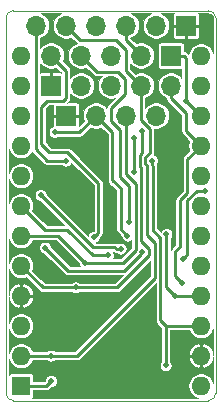
<source format=gbr>
%TF.GenerationSoftware,KiCad,Pcbnew,5.1.5+dfsg1-2~bpo10+1*%
%TF.CreationDate,Date%
%TF.ProjectId,ProMicro_ESP12E,50726f4d-6963-4726-9f5f-455350313245,v1.0*%
%TF.SameCoordinates,Original*%
%TF.FileFunction,Copper,L2,Bot*%
%TF.FilePolarity,Positive*%
%FSLAX45Y45*%
G04 Gerber Fmt 4.5, Leading zero omitted, Abs format (unit mm)*
G04 Created by KiCad*
%MOMM*%
%LPD*%
G04 APERTURE LIST*
%ADD10C,0.100000*%
%ADD11O,1.600000X1.600000*%
%ADD12R,1.600000X1.600000*%
%ADD13O,1.700000X1.700000*%
%ADD14R,1.700000X1.700000*%
%ADD15C,0.500000*%
%ADD16C,0.250000*%
%ADD17C,0.125000*%
%ADD18C,0.200000*%
%ADD19C,0.350000*%
G04 APERTURE END LIST*
D10*
X-63500Y3175000D02*
G75*
G03X-127000Y3111500I0J-63500D01*
G01*
X1651000Y3111500D02*
G75*
G03X1587500Y3175000I-63500J0D01*
G01*
X1587500Y-127000D02*
G75*
G03X1651000Y-63500I0J63500D01*
G01*
X-127000Y-63500D02*
G75*
G03X-63500Y-127000I63500J0D01*
G01*
X-127000Y3111500D02*
X-127000Y-63500D01*
X1587500Y3175000D02*
X-63500Y3175000D01*
X1651000Y-63500D02*
X1651000Y3111500D01*
X-63500Y-127000D02*
X1587500Y-127000D01*
D11*
X1524000Y0D03*
X1524000Y254000D03*
X1524000Y508000D03*
X0Y2794000D03*
X1524000Y762000D03*
X0Y2540000D03*
X1524000Y1016000D03*
X0Y2286000D03*
X1524000Y1270000D03*
X0Y2032000D03*
X1524000Y1524000D03*
X0Y1778000D03*
X1524000Y1778000D03*
X0Y1524000D03*
X1524000Y2032000D03*
X0Y1270000D03*
X1524000Y2286000D03*
X0Y1016000D03*
X1524000Y2540000D03*
X0Y762000D03*
X1524000Y2794000D03*
X0Y508000D03*
X0Y254000D03*
D12*
X0Y0D03*
D13*
X127000Y3048000D03*
X381000Y3048000D03*
X635000Y3048000D03*
X889000Y3048000D03*
X1143000Y3048000D03*
D14*
X1397000Y3048000D03*
D13*
X1270000Y2540000D03*
D14*
X1270000Y2794000D03*
D13*
X1143000Y2286000D03*
X889000Y2286000D03*
X635000Y2286000D03*
D14*
X381000Y2286000D03*
D13*
X1016000Y2794000D03*
X1016000Y2540000D03*
X762000Y2794000D03*
X762000Y2540000D03*
X508000Y2794000D03*
X508000Y2540000D03*
X254000Y2794000D03*
D14*
X254000Y2540000D03*
D15*
X444500Y406400D03*
X673100Y685800D03*
X1365250Y2082800D03*
X1250950Y1771650D03*
X863600Y419100D03*
X203200Y1035050D03*
X266700Y755650D03*
X146050Y1524000D03*
X381000Y1803400D03*
X247650Y139700D03*
X330200Y-63500D03*
X1282700Y-63500D03*
X749300Y1308100D03*
X590550Y1346200D03*
X596900Y1879600D03*
X762000Y1663700D03*
X254000Y2959100D03*
X203200Y1689100D03*
X673100Y901700D03*
X1092200Y723900D03*
X965200Y863600D03*
X1110899Y1905000D03*
X1225550Y171450D03*
X1231900Y1282700D03*
X285750Y2146300D03*
X1308101Y761999D03*
X901700Y1270000D03*
X736906Y1103492D03*
X1365250Y869950D03*
X1397000Y2413000D03*
X1562100Y1651000D03*
X1371600Y1073150D03*
X203200Y1168400D03*
X1029602Y1130300D03*
X254000Y254000D03*
X254000Y38100D03*
X615950Y1257300D03*
X539399Y1041400D03*
X1026015Y2152998D03*
X463550Y831850D03*
X167392Y1613440D03*
X844199Y1159851D03*
X913498Y1382499D03*
X381000Y1905000D03*
X959100Y1810000D03*
X958850Y2095497D03*
D16*
X1524000Y508000D02*
X1225550Y508000D01*
X1225550Y508000D02*
X1225550Y171450D01*
X1117249Y1314801D02*
X1181100Y1250950D01*
X1110899Y1869645D02*
X1117249Y1863295D01*
X1110899Y1905000D02*
X1110899Y1869645D01*
X1181100Y1250950D02*
X1181100Y552450D01*
X1117249Y1863295D02*
X1117249Y1314801D01*
X1181100Y552450D02*
X1225550Y508000D01*
X889000Y3048000D02*
X889000Y3028950D01*
X635000Y2286000D02*
X495300Y2146300D01*
X321105Y2146300D02*
X285750Y2146300D01*
X495300Y2146300D02*
X321105Y2146300D01*
X889000Y2927350D02*
X1016000Y2800350D01*
X889000Y3048000D02*
X889000Y2927350D01*
X635000Y2286000D02*
X641350Y2279650D01*
X1231900Y1282700D02*
X1231900Y838200D01*
X1524000Y762000D02*
X1308101Y762000D01*
X1308101Y762000D02*
X1308101Y761999D01*
X1231900Y838200D02*
X1283101Y786999D01*
X1283101Y786999D02*
X1308101Y761999D01*
X774700Y1739900D02*
X844550Y1670050D01*
X844550Y1670050D02*
X844550Y1498600D01*
X844550Y1498600D02*
X844550Y1327150D01*
X774700Y2146300D02*
X774700Y1739900D01*
X844550Y1327150D02*
X901700Y1270000D01*
X635000Y2286000D02*
X774700Y2146300D01*
X393700Y1320800D02*
X611008Y1103492D01*
X611008Y1103492D02*
X701551Y1103492D01*
X0Y1524000D02*
X203200Y1320800D01*
X203200Y1320800D02*
X393700Y1320800D01*
X701551Y1103492D02*
X736906Y1103492D01*
X1270000Y2432050D02*
X1270000Y2540000D01*
X1397000Y2305050D02*
X1270000Y2432050D01*
X1524000Y2032000D02*
X1397000Y2159000D01*
X1397000Y2159000D02*
X1397000Y2305050D01*
X1340250Y894950D02*
X1365250Y869950D01*
X1308100Y927100D02*
X1340250Y894950D01*
X1308100Y1136650D02*
X1308100Y927100D01*
X1409016Y1917016D02*
X1409016Y1631880D01*
X1346200Y1174750D02*
X1308100Y1136650D01*
X1524000Y2032000D02*
X1409016Y1917016D01*
X1346200Y1569065D02*
X1346200Y1174750D01*
X1409016Y1631880D02*
X1346200Y1569065D01*
X1397000Y2413000D02*
X1444000Y2366000D01*
X1397000Y2777000D02*
X1397000Y2413000D01*
X1444000Y2366000D02*
X1524000Y2286000D01*
X1270000Y2794000D02*
X1380000Y2794000D01*
X1380000Y2794000D02*
X1397000Y2777000D01*
X1562100Y1651000D02*
X1491776Y1651000D01*
X1491776Y1651000D02*
X1409300Y1568523D01*
X1409300Y1110850D02*
X1396600Y1098150D01*
X1396600Y1098150D02*
X1371600Y1073150D01*
X1409300Y1568523D02*
X1409300Y1110850D01*
X1004602Y1105300D02*
X1029602Y1130300D01*
X400050Y971550D02*
X870852Y971550D01*
X203200Y1168400D02*
X400050Y971550D01*
X870852Y971550D02*
X1004602Y1105300D01*
X0Y254000D02*
X254000Y254000D01*
X889000Y2660650D02*
X1016000Y2533650D01*
X889000Y2840900D02*
X889000Y2660650D01*
X802550Y2927350D02*
X889000Y2840900D01*
X381000Y3048000D02*
X501650Y2927350D01*
X501650Y2927350D02*
X802550Y2927350D01*
X1053399Y1877400D02*
X1066099Y1864700D01*
X289355Y254000D02*
X254000Y254000D01*
X1135548Y1207602D02*
X1135548Y913298D01*
X1068252Y1274898D02*
X1135548Y1207602D01*
X1068252Y1447379D02*
X1068252Y1274898D01*
X1066099Y1449532D02*
X1068252Y1447379D01*
X1066099Y1864700D02*
X1066099Y1449532D01*
X1053399Y1932600D02*
X1053399Y1877400D01*
X1089649Y2172583D02*
X1089649Y1968850D01*
X1016000Y2540000D02*
X1016000Y2246232D01*
X1016000Y2246232D02*
X1089649Y2172583D01*
X476250Y254000D02*
X289355Y254000D01*
X1089649Y1968850D02*
X1053399Y1932600D01*
X1135548Y913298D02*
X476250Y254000D01*
X215900Y0D02*
X254000Y38100D01*
X0Y0D02*
X215900Y0D01*
X254000Y2794000D02*
X381000Y2667000D01*
X222250Y2413000D02*
X172001Y2362751D01*
X172001Y2362751D02*
X172001Y2044149D01*
X653650Y1714900D02*
X653650Y1295000D01*
X393700Y1974850D02*
X653650Y1714900D01*
X381000Y2438500D02*
X355500Y2413000D01*
X640950Y1282300D02*
X615950Y1257300D01*
X241300Y1974850D02*
X393700Y1974850D01*
X653650Y1295000D02*
X640950Y1282300D01*
X381000Y2667000D02*
X381000Y2438500D01*
X172001Y2044149D02*
X241300Y1974850D01*
X355500Y2413000D02*
X222250Y2413000D01*
X0Y1270000D02*
X310799Y1270000D01*
X514399Y1066400D02*
X539399Y1041400D01*
X310799Y1270000D02*
X514399Y1066400D01*
X574754Y1041400D02*
X539399Y1041400D01*
X972251Y1707449D02*
X972251Y1147501D01*
X972251Y1147501D02*
X866150Y1041400D01*
X889000Y2286000D02*
X889000Y1790700D01*
X866150Y1041400D02*
X574754Y1041400D01*
X889000Y1790700D02*
X972251Y1707449D01*
X428195Y831850D02*
X463550Y831850D01*
X0Y1016000D02*
X184150Y831850D01*
X184150Y831850D02*
X428195Y831850D01*
X1026015Y1968858D02*
X1008398Y1951240D01*
X816252Y831850D02*
X498905Y831850D01*
X1087102Y1157900D02*
X1087102Y1102700D01*
X1021098Y1846060D02*
X1021098Y1223905D01*
X1021098Y1223905D02*
X1087102Y1157900D01*
X1087102Y1102700D02*
X816252Y831850D01*
X1026015Y2152998D02*
X1026015Y1968858D01*
X1008398Y1951240D02*
X1008398Y1858760D01*
X498905Y831850D02*
X463550Y831850D01*
X1008398Y1858760D02*
X1021098Y1846060D01*
X798519Y1170176D02*
X808844Y1159851D01*
X808844Y1159851D02*
X844199Y1159851D01*
X610656Y1170176D02*
X798519Y1170176D01*
X167392Y1613440D02*
X610656Y1170176D01*
X882650Y2593250D02*
X882650Y2467750D01*
X882650Y2467750D02*
X762000Y2347100D01*
X913498Y1690002D02*
X913498Y1417854D01*
X644500Y2657500D02*
X818400Y2657500D01*
X818400Y2657500D02*
X882650Y2593250D01*
X838200Y1765300D02*
X913498Y1690002D01*
X762000Y2241550D02*
X838200Y2165350D01*
X762000Y2347100D02*
X762000Y2241550D01*
X913498Y1417854D02*
X913498Y1382499D01*
X838200Y2165350D02*
X838200Y1765300D01*
X508000Y2794000D02*
X644500Y2657500D01*
X222250Y1905000D02*
X381000Y1905000D01*
X127000Y3048000D02*
X127000Y2000250D01*
X127000Y2000250D02*
X222250Y1905000D01*
X959100Y1810000D02*
X959100Y2095247D01*
X959100Y2095247D02*
X958850Y2095497D01*
D17*
G36*
X1142350Y554354D02*
G01*
X1142163Y552450D01*
X1142911Y544854D01*
X1144689Y538992D01*
X1145127Y537549D01*
X1148725Y530818D01*
X1153567Y524917D01*
X1155045Y523704D01*
X1186800Y491949D01*
X1186800Y205179D01*
X1185742Y204120D01*
X1180133Y195726D01*
X1176270Y186399D01*
X1174300Y176498D01*
X1174300Y166402D01*
X1176270Y156501D01*
X1180133Y147174D01*
X1185742Y138780D01*
X1192880Y131642D01*
X1201274Y126033D01*
X1210601Y122169D01*
X1220502Y120200D01*
X1230598Y120200D01*
X1240499Y122169D01*
X1249826Y126033D01*
X1258220Y131642D01*
X1265359Y138780D01*
X1270967Y147174D01*
X1274831Y156501D01*
X1276800Y166402D01*
X1276800Y176498D01*
X1274831Y186399D01*
X1270967Y195726D01*
X1265359Y204120D01*
X1264300Y205178D01*
X1264300Y228793D01*
X1420783Y228793D01*
X1424174Y217615D01*
X1433190Y198839D01*
X1445697Y182182D01*
X1461212Y168286D01*
X1479141Y157684D01*
X1498793Y150783D01*
X1515250Y154673D01*
X1515250Y245250D01*
X1424697Y245250D01*
X1420783Y228793D01*
X1264300Y228793D01*
X1264300Y279207D01*
X1420783Y279207D01*
X1424697Y262750D01*
X1515250Y262750D01*
X1515250Y353327D01*
X1498793Y357217D01*
X1479141Y350316D01*
X1461212Y339714D01*
X1445697Y325818D01*
X1433190Y309161D01*
X1424174Y290385D01*
X1420783Y279207D01*
X1264300Y279207D01*
X1264300Y469250D01*
X1425047Y469250D01*
X1429842Y457672D01*
X1441470Y440270D01*
X1456270Y425470D01*
X1473672Y413842D01*
X1493008Y405833D01*
X1513535Y401750D01*
X1534465Y401750D01*
X1554992Y405833D01*
X1574328Y413842D01*
X1591730Y425470D01*
X1606530Y440270D01*
X1618157Y457672D01*
X1626167Y477008D01*
X1627250Y482453D01*
X1627250Y262750D01*
X1623303Y262750D01*
X1627217Y279207D01*
X1623826Y290385D01*
X1614810Y309161D01*
X1602303Y325818D01*
X1586788Y339714D01*
X1568859Y350316D01*
X1549207Y357217D01*
X1532750Y353327D01*
X1532750Y262750D01*
X1534750Y262750D01*
X1534750Y245250D01*
X1532750Y245250D01*
X1532750Y154673D01*
X1549207Y150783D01*
X1568859Y157684D01*
X1586788Y168286D01*
X1602303Y182182D01*
X1614810Y198839D01*
X1623826Y217615D01*
X1627217Y228793D01*
X1623303Y245250D01*
X1627250Y245250D01*
X1627250Y25547D01*
X1626167Y30992D01*
X1618157Y50328D01*
X1606530Y67730D01*
X1591730Y82530D01*
X1574328Y94157D01*
X1554992Y102167D01*
X1534465Y106250D01*
X1513535Y106250D01*
X1493008Y102167D01*
X1473672Y94157D01*
X1456270Y82530D01*
X1441470Y67730D01*
X1429842Y50328D01*
X1421833Y30992D01*
X1417750Y10465D01*
X1417750Y-10465D01*
X1421833Y-30992D01*
X1429842Y-50328D01*
X1441470Y-67730D01*
X1456270Y-82530D01*
X1473672Y-94157D01*
X1493008Y-102167D01*
X1498453Y-103250D01*
X92188Y-103250D01*
X94654Y-101932D01*
X98651Y-98651D01*
X101932Y-94654D01*
X104369Y-90094D01*
X105870Y-85146D01*
X106377Y-80000D01*
X106377Y-38750D01*
X213997Y-38750D01*
X215900Y-38937D01*
X217803Y-38750D01*
X223496Y-38189D01*
X230801Y-35974D01*
X237532Y-32375D01*
X243433Y-27533D01*
X244646Y-26054D01*
X257551Y-13150D01*
X259048Y-13150D01*
X268949Y-11180D01*
X278276Y-7317D01*
X286670Y-1708D01*
X293809Y5430D01*
X299417Y13824D01*
X303281Y23151D01*
X305250Y33052D01*
X305250Y43148D01*
X303281Y53049D01*
X299417Y62376D01*
X293809Y70770D01*
X286670Y77909D01*
X278276Y83517D01*
X268949Y87381D01*
X259048Y89350D01*
X248952Y89350D01*
X239051Y87381D01*
X229724Y83517D01*
X221330Y77909D01*
X214191Y70770D01*
X208583Y62376D01*
X204719Y53049D01*
X202750Y43148D01*
X202750Y41651D01*
X199849Y38750D01*
X106377Y38750D01*
X106377Y80000D01*
X105870Y85146D01*
X104369Y90094D01*
X101932Y94654D01*
X98651Y98651D01*
X94654Y101932D01*
X90094Y104369D01*
X85146Y105870D01*
X80000Y106377D01*
X-80000Y106377D01*
X-85146Y105870D01*
X-90094Y104369D01*
X-94654Y101932D01*
X-98651Y98651D01*
X-101932Y94654D01*
X-103250Y92188D01*
X-103250Y228453D01*
X-102167Y223008D01*
X-94157Y203672D01*
X-82530Y186270D01*
X-67730Y171470D01*
X-50328Y159843D01*
X-30992Y151833D01*
X-10465Y147750D01*
X10465Y147750D01*
X30992Y151833D01*
X50328Y159843D01*
X67730Y171470D01*
X82530Y186270D01*
X94157Y203672D01*
X98953Y215250D01*
X220271Y215250D01*
X221330Y214191D01*
X229724Y208583D01*
X239051Y204719D01*
X248952Y202750D01*
X259048Y202750D01*
X268949Y204719D01*
X278276Y208583D01*
X286670Y214191D01*
X287729Y215250D01*
X474347Y215250D01*
X476250Y215063D01*
X478153Y215250D01*
X483846Y215811D01*
X491151Y218026D01*
X497882Y221625D01*
X503783Y226467D01*
X504996Y227945D01*
X1142350Y865299D01*
X1142350Y554354D01*
G37*
X1142350Y554354D02*
X1142163Y552450D01*
X1142911Y544854D01*
X1144689Y538992D01*
X1145127Y537549D01*
X1148725Y530818D01*
X1153567Y524917D01*
X1155045Y523704D01*
X1186800Y491949D01*
X1186800Y205179D01*
X1185742Y204120D01*
X1180133Y195726D01*
X1176270Y186399D01*
X1174300Y176498D01*
X1174300Y166402D01*
X1176270Y156501D01*
X1180133Y147174D01*
X1185742Y138780D01*
X1192880Y131642D01*
X1201274Y126033D01*
X1210601Y122169D01*
X1220502Y120200D01*
X1230598Y120200D01*
X1240499Y122169D01*
X1249826Y126033D01*
X1258220Y131642D01*
X1265359Y138780D01*
X1270967Y147174D01*
X1274831Y156501D01*
X1276800Y166402D01*
X1276800Y176498D01*
X1274831Y186399D01*
X1270967Y195726D01*
X1265359Y204120D01*
X1264300Y205178D01*
X1264300Y228793D01*
X1420783Y228793D01*
X1424174Y217615D01*
X1433190Y198839D01*
X1445697Y182182D01*
X1461212Y168286D01*
X1479141Y157684D01*
X1498793Y150783D01*
X1515250Y154673D01*
X1515250Y245250D01*
X1424697Y245250D01*
X1420783Y228793D01*
X1264300Y228793D01*
X1264300Y279207D01*
X1420783Y279207D01*
X1424697Y262750D01*
X1515250Y262750D01*
X1515250Y353327D01*
X1498793Y357217D01*
X1479141Y350316D01*
X1461212Y339714D01*
X1445697Y325818D01*
X1433190Y309161D01*
X1424174Y290385D01*
X1420783Y279207D01*
X1264300Y279207D01*
X1264300Y469250D01*
X1425047Y469250D01*
X1429842Y457672D01*
X1441470Y440270D01*
X1456270Y425470D01*
X1473672Y413842D01*
X1493008Y405833D01*
X1513535Y401750D01*
X1534465Y401750D01*
X1554992Y405833D01*
X1574328Y413842D01*
X1591730Y425470D01*
X1606530Y440270D01*
X1618157Y457672D01*
X1626167Y477008D01*
X1627250Y482453D01*
X1627250Y262750D01*
X1623303Y262750D01*
X1627217Y279207D01*
X1623826Y290385D01*
X1614810Y309161D01*
X1602303Y325818D01*
X1586788Y339714D01*
X1568859Y350316D01*
X1549207Y357217D01*
X1532750Y353327D01*
X1532750Y262750D01*
X1534750Y262750D01*
X1534750Y245250D01*
X1532750Y245250D01*
X1532750Y154673D01*
X1549207Y150783D01*
X1568859Y157684D01*
X1586788Y168286D01*
X1602303Y182182D01*
X1614810Y198839D01*
X1623826Y217615D01*
X1627217Y228793D01*
X1623303Y245250D01*
X1627250Y245250D01*
X1627250Y25547D01*
X1626167Y30992D01*
X1618157Y50328D01*
X1606530Y67730D01*
X1591730Y82530D01*
X1574328Y94157D01*
X1554992Y102167D01*
X1534465Y106250D01*
X1513535Y106250D01*
X1493008Y102167D01*
X1473672Y94157D01*
X1456270Y82530D01*
X1441470Y67730D01*
X1429842Y50328D01*
X1421833Y30992D01*
X1417750Y10465D01*
X1417750Y-10465D01*
X1421833Y-30992D01*
X1429842Y-50328D01*
X1441470Y-67730D01*
X1456270Y-82530D01*
X1473672Y-94157D01*
X1493008Y-102167D01*
X1498453Y-103250D01*
X92188Y-103250D01*
X94654Y-101932D01*
X98651Y-98651D01*
X101932Y-94654D01*
X104369Y-90094D01*
X105870Y-85146D01*
X106377Y-80000D01*
X106377Y-38750D01*
X213997Y-38750D01*
X215900Y-38937D01*
X217803Y-38750D01*
X223496Y-38189D01*
X230801Y-35974D01*
X237532Y-32375D01*
X243433Y-27533D01*
X244646Y-26054D01*
X257551Y-13150D01*
X259048Y-13150D01*
X268949Y-11180D01*
X278276Y-7317D01*
X286670Y-1708D01*
X293809Y5430D01*
X299417Y13824D01*
X303281Y23151D01*
X305250Y33052D01*
X305250Y43148D01*
X303281Y53049D01*
X299417Y62376D01*
X293809Y70770D01*
X286670Y77909D01*
X278276Y83517D01*
X268949Y87381D01*
X259048Y89350D01*
X248952Y89350D01*
X239051Y87381D01*
X229724Y83517D01*
X221330Y77909D01*
X214191Y70770D01*
X208583Y62376D01*
X204719Y53049D01*
X202750Y43148D01*
X202750Y41651D01*
X199849Y38750D01*
X106377Y38750D01*
X106377Y80000D01*
X105870Y85146D01*
X104369Y90094D01*
X101932Y94654D01*
X98651Y98651D01*
X94654Y101932D01*
X90094Y104369D01*
X85146Y105870D01*
X80000Y106377D01*
X-80000Y106377D01*
X-85146Y105870D01*
X-90094Y104369D01*
X-94654Y101932D01*
X-98651Y98651D01*
X-101932Y94654D01*
X-103250Y92188D01*
X-103250Y228453D01*
X-102167Y223008D01*
X-94157Y203672D01*
X-82530Y186270D01*
X-67730Y171470D01*
X-50328Y159843D01*
X-30992Y151833D01*
X-10465Y147750D01*
X10465Y147750D01*
X30992Y151833D01*
X50328Y159843D01*
X67730Y171470D01*
X82530Y186270D01*
X94157Y203672D01*
X98953Y215250D01*
X220271Y215250D01*
X221330Y214191D01*
X229724Y208583D01*
X239051Y204719D01*
X248952Y202750D01*
X259048Y202750D01*
X268949Y204719D01*
X278276Y208583D01*
X286670Y214191D01*
X287729Y215250D01*
X474347Y215250D01*
X476250Y215063D01*
X478153Y215250D01*
X483846Y215811D01*
X491151Y218026D01*
X497882Y221625D01*
X503783Y226467D01*
X504996Y227945D01*
X1142350Y865299D01*
X1142350Y554354D01*
G36*
X1096798Y929349D02*
G01*
X460199Y292750D01*
X287729Y292750D01*
X286670Y293809D01*
X278276Y299417D01*
X268949Y303281D01*
X259048Y305250D01*
X248952Y305250D01*
X239051Y303281D01*
X229724Y299417D01*
X221330Y293809D01*
X220271Y292750D01*
X98953Y292750D01*
X94157Y304328D01*
X82530Y321730D01*
X67730Y336530D01*
X50328Y348158D01*
X30992Y356167D01*
X10465Y360250D01*
X-10465Y360250D01*
X-30992Y356167D01*
X-50328Y348158D01*
X-67730Y336530D01*
X-82530Y321730D01*
X-94157Y304328D01*
X-102167Y284992D01*
X-103250Y279547D01*
X-103250Y482453D01*
X-102167Y477008D01*
X-94157Y457672D01*
X-82530Y440270D01*
X-67730Y425470D01*
X-50328Y413842D01*
X-30992Y405833D01*
X-10465Y401750D01*
X10465Y401750D01*
X30992Y405833D01*
X50328Y413842D01*
X67730Y425470D01*
X82530Y440270D01*
X94157Y457672D01*
X102167Y477008D01*
X106250Y497535D01*
X106250Y518465D01*
X102167Y538992D01*
X94157Y558328D01*
X82530Y575730D01*
X67730Y590530D01*
X50328Y602158D01*
X30992Y610167D01*
X10465Y614250D01*
X-10465Y614250D01*
X-30992Y610167D01*
X-50328Y602158D01*
X-67730Y590530D01*
X-82530Y575730D01*
X-94157Y558328D01*
X-102167Y538992D01*
X-103250Y533547D01*
X-103250Y753250D01*
X-99303Y753250D01*
X-103217Y736793D01*
X-99826Y725615D01*
X-90810Y706839D01*
X-78303Y690182D01*
X-62788Y676286D01*
X-44859Y665684D01*
X-25207Y658783D01*
X-8750Y662673D01*
X-8750Y753250D01*
X8750Y753250D01*
X8750Y662673D01*
X25207Y658783D01*
X44859Y665684D01*
X62788Y676286D01*
X78303Y690182D01*
X90810Y706839D01*
X99826Y725615D01*
X103217Y736793D01*
X99303Y753250D01*
X8750Y753250D01*
X-8750Y753250D01*
X-10750Y753250D01*
X-10750Y770750D01*
X-8750Y770750D01*
X-8750Y861327D01*
X8750Y861327D01*
X8750Y770750D01*
X99303Y770750D01*
X103217Y787207D01*
X99826Y798385D01*
X90810Y817161D01*
X78303Y833818D01*
X62788Y847714D01*
X44859Y858316D01*
X25207Y865217D01*
X8750Y861327D01*
X-8750Y861327D01*
X-25207Y865217D01*
X-44859Y858316D01*
X-62788Y847714D01*
X-78303Y833818D01*
X-90810Y817161D01*
X-99826Y798385D01*
X-103217Y787207D01*
X-99303Y770750D01*
X-103250Y770750D01*
X-103250Y990453D01*
X-102167Y985008D01*
X-94157Y965672D01*
X-82530Y948270D01*
X-67730Y933470D01*
X-50328Y921842D01*
X-30992Y913833D01*
X-10465Y909750D01*
X10465Y909750D01*
X30992Y913833D01*
X42570Y918629D01*
X155404Y805795D01*
X156617Y804317D01*
X162518Y799475D01*
X169249Y795876D01*
X173228Y794669D01*
X176554Y793661D01*
X177331Y793584D01*
X182247Y793100D01*
X182248Y793100D01*
X184150Y792913D01*
X186052Y793100D01*
X429821Y793100D01*
X430880Y792041D01*
X439274Y786433D01*
X448601Y782569D01*
X458502Y780600D01*
X468598Y780600D01*
X478499Y782569D01*
X487826Y786433D01*
X496220Y792041D01*
X497278Y793100D01*
X814350Y793100D01*
X816252Y792913D01*
X818155Y793100D01*
X823849Y793661D01*
X831153Y795876D01*
X837885Y799475D01*
X843785Y804317D01*
X844998Y805795D01*
X1096798Y1057595D01*
X1096798Y929349D01*
G37*
X1096798Y929349D02*
X460199Y292750D01*
X287729Y292750D01*
X286670Y293809D01*
X278276Y299417D01*
X268949Y303281D01*
X259048Y305250D01*
X248952Y305250D01*
X239051Y303281D01*
X229724Y299417D01*
X221330Y293809D01*
X220271Y292750D01*
X98953Y292750D01*
X94157Y304328D01*
X82530Y321730D01*
X67730Y336530D01*
X50328Y348158D01*
X30992Y356167D01*
X10465Y360250D01*
X-10465Y360250D01*
X-30992Y356167D01*
X-50328Y348158D01*
X-67730Y336530D01*
X-82530Y321730D01*
X-94157Y304328D01*
X-102167Y284992D01*
X-103250Y279547D01*
X-103250Y482453D01*
X-102167Y477008D01*
X-94157Y457672D01*
X-82530Y440270D01*
X-67730Y425470D01*
X-50328Y413842D01*
X-30992Y405833D01*
X-10465Y401750D01*
X10465Y401750D01*
X30992Y405833D01*
X50328Y413842D01*
X67730Y425470D01*
X82530Y440270D01*
X94157Y457672D01*
X102167Y477008D01*
X106250Y497535D01*
X106250Y518465D01*
X102167Y538992D01*
X94157Y558328D01*
X82530Y575730D01*
X67730Y590530D01*
X50328Y602158D01*
X30992Y610167D01*
X10465Y614250D01*
X-10465Y614250D01*
X-30992Y610167D01*
X-50328Y602158D01*
X-67730Y590530D01*
X-82530Y575730D01*
X-94157Y558328D01*
X-102167Y538992D01*
X-103250Y533547D01*
X-103250Y753250D01*
X-99303Y753250D01*
X-103217Y736793D01*
X-99826Y725615D01*
X-90810Y706839D01*
X-78303Y690182D01*
X-62788Y676286D01*
X-44859Y665684D01*
X-25207Y658783D01*
X-8750Y662673D01*
X-8750Y753250D01*
X8750Y753250D01*
X8750Y662673D01*
X25207Y658783D01*
X44859Y665684D01*
X62788Y676286D01*
X78303Y690182D01*
X90810Y706839D01*
X99826Y725615D01*
X103217Y736793D01*
X99303Y753250D01*
X8750Y753250D01*
X-8750Y753250D01*
X-10750Y753250D01*
X-10750Y770750D01*
X-8750Y770750D01*
X-8750Y861327D01*
X8750Y861327D01*
X8750Y770750D01*
X99303Y770750D01*
X103217Y787207D01*
X99826Y798385D01*
X90810Y817161D01*
X78303Y833818D01*
X62788Y847714D01*
X44859Y858316D01*
X25207Y865217D01*
X8750Y861327D01*
X-8750Y861327D01*
X-25207Y865217D01*
X-44859Y858316D01*
X-62788Y847714D01*
X-78303Y833818D01*
X-90810Y817161D01*
X-99826Y798385D01*
X-103217Y787207D01*
X-99303Y770750D01*
X-103250Y770750D01*
X-103250Y990453D01*
X-102167Y985008D01*
X-94157Y965672D01*
X-82530Y948270D01*
X-67730Y933470D01*
X-50328Y921842D01*
X-30992Y913833D01*
X-10465Y909750D01*
X10465Y909750D01*
X30992Y913833D01*
X42570Y918629D01*
X155404Y805795D01*
X156617Y804317D01*
X162518Y799475D01*
X169249Y795876D01*
X173228Y794669D01*
X176554Y793661D01*
X177331Y793584D01*
X182247Y793100D01*
X182248Y793100D01*
X184150Y792913D01*
X186052Y793100D01*
X429821Y793100D01*
X430880Y792041D01*
X439274Y786433D01*
X448601Y782569D01*
X458502Y780600D01*
X468598Y780600D01*
X478499Y782569D01*
X487826Y786433D01*
X496220Y792041D01*
X497278Y793100D01*
X814350Y793100D01*
X816252Y792913D01*
X818155Y793100D01*
X823849Y793661D01*
X831153Y795876D01*
X837885Y799475D01*
X843785Y804317D01*
X844998Y805795D01*
X1096798Y1057595D01*
X1096798Y929349D01*
G36*
X-102167Y1239008D02*
G01*
X-94157Y1219672D01*
X-82530Y1202270D01*
X-67730Y1187470D01*
X-50328Y1175843D01*
X-30992Y1167833D01*
X-10465Y1163750D01*
X10465Y1163750D01*
X30992Y1167833D01*
X50328Y1175843D01*
X67730Y1187470D01*
X82530Y1202270D01*
X94157Y1219672D01*
X98953Y1231250D01*
X294748Y1231250D01*
X488149Y1037849D01*
X488149Y1036352D01*
X490118Y1026451D01*
X493982Y1017124D01*
X498541Y1010300D01*
X416101Y1010300D01*
X254450Y1171951D01*
X254450Y1173448D01*
X252480Y1183349D01*
X248617Y1192676D01*
X243008Y1201070D01*
X235870Y1208209D01*
X227476Y1213817D01*
X218149Y1217681D01*
X208248Y1219650D01*
X198152Y1219650D01*
X188251Y1217681D01*
X178924Y1213817D01*
X170530Y1208209D01*
X163392Y1201070D01*
X157783Y1192676D01*
X153920Y1183349D01*
X151950Y1173448D01*
X151950Y1163352D01*
X153920Y1153451D01*
X157783Y1144124D01*
X163392Y1135730D01*
X170530Y1128592D01*
X178924Y1122983D01*
X188251Y1119120D01*
X198152Y1117150D01*
X199649Y1117150D01*
X371304Y945495D01*
X372517Y944017D01*
X378417Y939175D01*
X385149Y935576D01*
X390238Y934033D01*
X392454Y933361D01*
X393231Y933284D01*
X398147Y932800D01*
X398148Y932800D01*
X400050Y932613D01*
X401952Y932800D01*
X862402Y932800D01*
X800202Y870600D01*
X497278Y870600D01*
X496220Y871658D01*
X487826Y877267D01*
X478499Y881130D01*
X468598Y883100D01*
X458502Y883100D01*
X448601Y881130D01*
X439274Y877267D01*
X430880Y871658D01*
X429821Y870600D01*
X200201Y870600D01*
X97371Y973430D01*
X102167Y985008D01*
X106250Y1005535D01*
X106250Y1026465D01*
X102167Y1046992D01*
X94157Y1066328D01*
X82530Y1083730D01*
X67730Y1098530D01*
X50328Y1110158D01*
X30992Y1118167D01*
X10465Y1122250D01*
X-10465Y1122250D01*
X-30992Y1118167D01*
X-50328Y1110158D01*
X-67730Y1098530D01*
X-82530Y1083730D01*
X-94157Y1066328D01*
X-102167Y1046992D01*
X-103250Y1041547D01*
X-103250Y1244453D01*
X-102167Y1239008D01*
G37*
X-102167Y1239008D02*
X-94157Y1219672D01*
X-82530Y1202270D01*
X-67730Y1187470D01*
X-50328Y1175843D01*
X-30992Y1167833D01*
X-10465Y1163750D01*
X10465Y1163750D01*
X30992Y1167833D01*
X50328Y1175843D01*
X67730Y1187470D01*
X82530Y1202270D01*
X94157Y1219672D01*
X98953Y1231250D01*
X294748Y1231250D01*
X488149Y1037849D01*
X488149Y1036352D01*
X490118Y1026451D01*
X493982Y1017124D01*
X498541Y1010300D01*
X416101Y1010300D01*
X254450Y1171951D01*
X254450Y1173448D01*
X252480Y1183349D01*
X248617Y1192676D01*
X243008Y1201070D01*
X235870Y1208209D01*
X227476Y1213817D01*
X218149Y1217681D01*
X208248Y1219650D01*
X198152Y1219650D01*
X188251Y1217681D01*
X178924Y1213817D01*
X170530Y1208209D01*
X163392Y1201070D01*
X157783Y1192676D01*
X153920Y1183349D01*
X151950Y1173448D01*
X151950Y1163352D01*
X153920Y1153451D01*
X157783Y1144124D01*
X163392Y1135730D01*
X170530Y1128592D01*
X178924Y1122983D01*
X188251Y1119120D01*
X198152Y1117150D01*
X199649Y1117150D01*
X371304Y945495D01*
X372517Y944017D01*
X378417Y939175D01*
X385149Y935576D01*
X390238Y934033D01*
X392454Y933361D01*
X393231Y933284D01*
X398147Y932800D01*
X398148Y932800D01*
X400050Y932613D01*
X401952Y932800D01*
X862402Y932800D01*
X800202Y870600D01*
X497278Y870600D01*
X496220Y871658D01*
X487826Y877267D01*
X478499Y881130D01*
X468598Y883100D01*
X458502Y883100D01*
X448601Y881130D01*
X439274Y877267D01*
X430880Y871658D01*
X429821Y870600D01*
X200201Y870600D01*
X97371Y973430D01*
X102167Y985008D01*
X106250Y1005535D01*
X106250Y1026465D01*
X102167Y1046992D01*
X94157Y1066328D01*
X82530Y1083730D01*
X67730Y1098530D01*
X50328Y1110158D01*
X30992Y1118167D01*
X10465Y1122250D01*
X-10465Y1122250D01*
X-30992Y1118167D01*
X-50328Y1110158D01*
X-67730Y1098530D01*
X-82530Y1083730D01*
X-94157Y1066328D01*
X-102167Y1046992D01*
X-103250Y1041547D01*
X-103250Y1244453D01*
X-102167Y1239008D01*
G36*
X328303Y3146588D02*
G01*
X310082Y3134413D01*
X294587Y3118918D01*
X282412Y3100697D01*
X274025Y3080450D01*
X269750Y3058957D01*
X269750Y3037043D01*
X274025Y3015550D01*
X282412Y2995303D01*
X294587Y2977082D01*
X310082Y2961586D01*
X328303Y2949411D01*
X348550Y2941025D01*
X370043Y2936750D01*
X391957Y2936750D01*
X413450Y2941025D01*
X427397Y2946802D01*
X472904Y2901295D01*
X473771Y2900238D01*
X455303Y2892588D01*
X437082Y2880413D01*
X421586Y2864918D01*
X409411Y2846697D01*
X401025Y2826450D01*
X396750Y2804957D01*
X396750Y2783043D01*
X401025Y2761550D01*
X409411Y2741303D01*
X421586Y2723082D01*
X437082Y2707587D01*
X455303Y2695412D01*
X475550Y2687025D01*
X497043Y2682750D01*
X518957Y2682750D01*
X540450Y2687025D01*
X554397Y2692802D01*
X615754Y2631445D01*
X616967Y2629967D01*
X622867Y2625125D01*
X629599Y2621527D01*
X634688Y2619983D01*
X636904Y2619311D01*
X637681Y2619234D01*
X642597Y2618750D01*
X642598Y2618750D01*
X644500Y2618563D01*
X646402Y2618750D01*
X683419Y2618750D01*
X675587Y2610918D01*
X663412Y2592697D01*
X655025Y2572450D01*
X650750Y2550957D01*
X650750Y2529043D01*
X655025Y2507550D01*
X663412Y2487303D01*
X675587Y2469082D01*
X691082Y2453587D01*
X709303Y2441412D01*
X729550Y2433025D01*
X751043Y2428750D01*
X772957Y2428750D01*
X792795Y2432696D01*
X735945Y2375846D01*
X734467Y2374633D01*
X729625Y2368732D01*
X726026Y2362001D01*
X725950Y2361750D01*
X723811Y2354696D01*
X723693Y2353505D01*
X721413Y2356918D01*
X705918Y2372414D01*
X687697Y2384589D01*
X667450Y2392975D01*
X645957Y2397250D01*
X624043Y2397250D01*
X602550Y2392975D01*
X582303Y2384589D01*
X564082Y2372414D01*
X548587Y2356918D01*
X536412Y2338697D01*
X528025Y2318450D01*
X523750Y2296957D01*
X523750Y2275043D01*
X528025Y2253550D01*
X533802Y2239603D01*
X492069Y2197869D01*
X492377Y2201000D01*
X492250Y2270688D01*
X485687Y2277250D01*
X389750Y2277250D01*
X389750Y2275250D01*
X372250Y2275250D01*
X372250Y2277250D01*
X276313Y2277250D01*
X269750Y2270688D01*
X269623Y2201000D01*
X270130Y2195854D01*
X270278Y2195364D01*
X261474Y2191717D01*
X253080Y2186109D01*
X245941Y2178970D01*
X240333Y2170576D01*
X236469Y2161249D01*
X234500Y2151348D01*
X234500Y2141252D01*
X236469Y2131351D01*
X240333Y2122024D01*
X245941Y2113630D01*
X253080Y2106492D01*
X261474Y2100883D01*
X270801Y2097019D01*
X280702Y2095050D01*
X290798Y2095050D01*
X300699Y2097019D01*
X310026Y2100883D01*
X318420Y2106492D01*
X319479Y2107550D01*
X493397Y2107550D01*
X495300Y2107363D01*
X497203Y2107550D01*
X502896Y2108111D01*
X510201Y2110327D01*
X516932Y2113925D01*
X522833Y2118767D01*
X524046Y2120246D01*
X588603Y2184802D01*
X602550Y2179025D01*
X624043Y2174750D01*
X645957Y2174750D01*
X667450Y2179025D01*
X681397Y2184802D01*
X735950Y2130249D01*
X735950Y1741804D01*
X735763Y1739900D01*
X736511Y1732304D01*
X738430Y1725975D01*
X738727Y1724999D01*
X742325Y1718267D01*
X747167Y1712367D01*
X748645Y1711154D01*
X805800Y1653999D01*
X805800Y1500503D01*
X805800Y1500502D01*
X805800Y1329054D01*
X805613Y1327150D01*
X806361Y1319554D01*
X808287Y1313204D01*
X808577Y1312249D01*
X812175Y1305518D01*
X817017Y1299617D01*
X818495Y1298404D01*
X850450Y1266449D01*
X850450Y1264952D01*
X852419Y1255051D01*
X856283Y1245724D01*
X861891Y1237330D01*
X869030Y1230192D01*
X877424Y1224583D01*
X886751Y1220720D01*
X896652Y1218750D01*
X906748Y1218750D01*
X916649Y1220720D01*
X925976Y1224583D01*
X933501Y1229611D01*
X933501Y1163552D01*
X850099Y1080150D01*
X782710Y1080150D01*
X786187Y1088543D01*
X788156Y1098444D01*
X788156Y1108540D01*
X786187Y1118441D01*
X782324Y1127768D01*
X779879Y1131426D01*
X782398Y1131426D01*
X787211Y1127476D01*
X793943Y1123878D01*
X799309Y1122250D01*
X801247Y1121662D01*
X802025Y1121586D01*
X806941Y1121101D01*
X806942Y1121101D01*
X808844Y1120914D01*
X810495Y1121077D01*
X811529Y1120043D01*
X819923Y1114434D01*
X829250Y1110571D01*
X839151Y1108601D01*
X849247Y1108601D01*
X859148Y1110571D01*
X868475Y1114434D01*
X876869Y1120043D01*
X884007Y1127181D01*
X889616Y1135575D01*
X893479Y1144902D01*
X895449Y1154804D01*
X895449Y1164899D01*
X893479Y1174800D01*
X889616Y1184127D01*
X884007Y1192521D01*
X876869Y1199660D01*
X868475Y1205269D01*
X859148Y1209132D01*
X849247Y1211101D01*
X839151Y1211101D01*
X829250Y1209132D01*
X819923Y1205269D01*
X817765Y1203827D01*
X813419Y1206150D01*
X806115Y1208365D01*
X800421Y1208926D01*
X798519Y1209114D01*
X796616Y1208926D01*
X633088Y1208926D01*
X640226Y1211883D01*
X648620Y1217492D01*
X655759Y1224630D01*
X661367Y1233024D01*
X665231Y1242351D01*
X667200Y1252252D01*
X667200Y1253749D01*
X679704Y1266254D01*
X681183Y1267467D01*
X686025Y1273367D01*
X689623Y1280099D01*
X691839Y1287404D01*
X692400Y1293097D01*
X692400Y1293098D01*
X692587Y1295000D01*
X692400Y1296902D01*
X692400Y1712997D01*
X692587Y1714900D01*
X691839Y1722496D01*
X689623Y1729801D01*
X688286Y1732304D01*
X686025Y1736533D01*
X681183Y1742433D01*
X679705Y1743646D01*
X422446Y2000904D01*
X421233Y2002383D01*
X415332Y2007225D01*
X408601Y2010823D01*
X401296Y2013039D01*
X395603Y2013600D01*
X393700Y2013787D01*
X391797Y2013600D01*
X257351Y2013600D01*
X210751Y2060200D01*
X210751Y2346700D01*
X238301Y2374250D01*
X269943Y2374250D01*
X269623Y2371000D01*
X269750Y2301313D01*
X276313Y2294750D01*
X372250Y2294750D01*
X372250Y2296750D01*
X389750Y2296750D01*
X389750Y2294750D01*
X485687Y2294750D01*
X492250Y2301313D01*
X492377Y2371000D01*
X491870Y2376146D01*
X490369Y2381094D01*
X487932Y2385654D01*
X484651Y2389651D01*
X480654Y2392932D01*
X476094Y2395369D01*
X471146Y2396870D01*
X466000Y2397377D01*
X396312Y2397250D01*
X389750Y2390688D01*
X389750Y2392449D01*
X407054Y2409754D01*
X408533Y2410967D01*
X413375Y2416867D01*
X416973Y2423599D01*
X417233Y2424454D01*
X419189Y2430904D01*
X419937Y2438500D01*
X419750Y2440403D01*
X419750Y2471831D01*
X421586Y2469082D01*
X437082Y2453587D01*
X455303Y2441412D01*
X475550Y2433025D01*
X497043Y2428750D01*
X518957Y2428750D01*
X540450Y2433025D01*
X560697Y2441412D01*
X578918Y2453587D01*
X594414Y2469082D01*
X606589Y2487303D01*
X614975Y2507550D01*
X619250Y2529043D01*
X619250Y2550957D01*
X614975Y2572450D01*
X606589Y2592697D01*
X594414Y2610918D01*
X578918Y2626414D01*
X560697Y2638589D01*
X540450Y2646975D01*
X518957Y2651250D01*
X497043Y2651250D01*
X475550Y2646975D01*
X455303Y2638589D01*
X437082Y2626414D01*
X421586Y2610918D01*
X419750Y2608169D01*
X419750Y2665098D01*
X419937Y2667000D01*
X419750Y2668902D01*
X419750Y2668903D01*
X419189Y2674596D01*
X416973Y2681901D01*
X413375Y2688633D01*
X408533Y2694533D01*
X407055Y2695746D01*
X355198Y2747603D01*
X360975Y2761550D01*
X365250Y2783043D01*
X365250Y2804957D01*
X360975Y2826450D01*
X352588Y2846697D01*
X340414Y2864918D01*
X324918Y2880413D01*
X306697Y2892588D01*
X286450Y2900975D01*
X264957Y2905250D01*
X243043Y2905250D01*
X221550Y2900975D01*
X201303Y2892588D01*
X183082Y2880413D01*
X167587Y2864918D01*
X165750Y2862169D01*
X165750Y2943635D01*
X179697Y2949411D01*
X197918Y2961586D01*
X213413Y2977082D01*
X225588Y2995303D01*
X233975Y3015550D01*
X238250Y3037043D01*
X238250Y3058957D01*
X233975Y3080450D01*
X225588Y3100697D01*
X213413Y3118918D01*
X197918Y3134413D01*
X179697Y3146588D01*
X168443Y3151250D01*
X339557Y3151250D01*
X328303Y3146588D01*
G37*
X328303Y3146588D02*
X310082Y3134413D01*
X294587Y3118918D01*
X282412Y3100697D01*
X274025Y3080450D01*
X269750Y3058957D01*
X269750Y3037043D01*
X274025Y3015550D01*
X282412Y2995303D01*
X294587Y2977082D01*
X310082Y2961586D01*
X328303Y2949411D01*
X348550Y2941025D01*
X370043Y2936750D01*
X391957Y2936750D01*
X413450Y2941025D01*
X427397Y2946802D01*
X472904Y2901295D01*
X473771Y2900238D01*
X455303Y2892588D01*
X437082Y2880413D01*
X421586Y2864918D01*
X409411Y2846697D01*
X401025Y2826450D01*
X396750Y2804957D01*
X396750Y2783043D01*
X401025Y2761550D01*
X409411Y2741303D01*
X421586Y2723082D01*
X437082Y2707587D01*
X455303Y2695412D01*
X475550Y2687025D01*
X497043Y2682750D01*
X518957Y2682750D01*
X540450Y2687025D01*
X554397Y2692802D01*
X615754Y2631445D01*
X616967Y2629967D01*
X622867Y2625125D01*
X629599Y2621527D01*
X634688Y2619983D01*
X636904Y2619311D01*
X637681Y2619234D01*
X642597Y2618750D01*
X642598Y2618750D01*
X644500Y2618563D01*
X646402Y2618750D01*
X683419Y2618750D01*
X675587Y2610918D01*
X663412Y2592697D01*
X655025Y2572450D01*
X650750Y2550957D01*
X650750Y2529043D01*
X655025Y2507550D01*
X663412Y2487303D01*
X675587Y2469082D01*
X691082Y2453587D01*
X709303Y2441412D01*
X729550Y2433025D01*
X751043Y2428750D01*
X772957Y2428750D01*
X792795Y2432696D01*
X735945Y2375846D01*
X734467Y2374633D01*
X729625Y2368732D01*
X726026Y2362001D01*
X725950Y2361750D01*
X723811Y2354696D01*
X723693Y2353505D01*
X721413Y2356918D01*
X705918Y2372414D01*
X687697Y2384589D01*
X667450Y2392975D01*
X645957Y2397250D01*
X624043Y2397250D01*
X602550Y2392975D01*
X582303Y2384589D01*
X564082Y2372414D01*
X548587Y2356918D01*
X536412Y2338697D01*
X528025Y2318450D01*
X523750Y2296957D01*
X523750Y2275043D01*
X528025Y2253550D01*
X533802Y2239603D01*
X492069Y2197869D01*
X492377Y2201000D01*
X492250Y2270688D01*
X485687Y2277250D01*
X389750Y2277250D01*
X389750Y2275250D01*
X372250Y2275250D01*
X372250Y2277250D01*
X276313Y2277250D01*
X269750Y2270688D01*
X269623Y2201000D01*
X270130Y2195854D01*
X270278Y2195364D01*
X261474Y2191717D01*
X253080Y2186109D01*
X245941Y2178970D01*
X240333Y2170576D01*
X236469Y2161249D01*
X234500Y2151348D01*
X234500Y2141252D01*
X236469Y2131351D01*
X240333Y2122024D01*
X245941Y2113630D01*
X253080Y2106492D01*
X261474Y2100883D01*
X270801Y2097019D01*
X280702Y2095050D01*
X290798Y2095050D01*
X300699Y2097019D01*
X310026Y2100883D01*
X318420Y2106492D01*
X319479Y2107550D01*
X493397Y2107550D01*
X495300Y2107363D01*
X497203Y2107550D01*
X502896Y2108111D01*
X510201Y2110327D01*
X516932Y2113925D01*
X522833Y2118767D01*
X524046Y2120246D01*
X588603Y2184802D01*
X602550Y2179025D01*
X624043Y2174750D01*
X645957Y2174750D01*
X667450Y2179025D01*
X681397Y2184802D01*
X735950Y2130249D01*
X735950Y1741804D01*
X735763Y1739900D01*
X736511Y1732304D01*
X738430Y1725975D01*
X738727Y1724999D01*
X742325Y1718267D01*
X747167Y1712367D01*
X748645Y1711154D01*
X805800Y1653999D01*
X805800Y1500503D01*
X805800Y1500502D01*
X805800Y1329054D01*
X805613Y1327150D01*
X806361Y1319554D01*
X808287Y1313204D01*
X808577Y1312249D01*
X812175Y1305518D01*
X817017Y1299617D01*
X818495Y1298404D01*
X850450Y1266449D01*
X850450Y1264952D01*
X852419Y1255051D01*
X856283Y1245724D01*
X861891Y1237330D01*
X869030Y1230192D01*
X877424Y1224583D01*
X886751Y1220720D01*
X896652Y1218750D01*
X906748Y1218750D01*
X916649Y1220720D01*
X925976Y1224583D01*
X933501Y1229611D01*
X933501Y1163552D01*
X850099Y1080150D01*
X782710Y1080150D01*
X786187Y1088543D01*
X788156Y1098444D01*
X788156Y1108540D01*
X786187Y1118441D01*
X782324Y1127768D01*
X779879Y1131426D01*
X782398Y1131426D01*
X787211Y1127476D01*
X793943Y1123878D01*
X799309Y1122250D01*
X801247Y1121662D01*
X802025Y1121586D01*
X806941Y1121101D01*
X806942Y1121101D01*
X808844Y1120914D01*
X810495Y1121077D01*
X811529Y1120043D01*
X819923Y1114434D01*
X829250Y1110571D01*
X839151Y1108601D01*
X849247Y1108601D01*
X859148Y1110571D01*
X868475Y1114434D01*
X876869Y1120043D01*
X884007Y1127181D01*
X889616Y1135575D01*
X893479Y1144902D01*
X895449Y1154804D01*
X895449Y1164899D01*
X893479Y1174800D01*
X889616Y1184127D01*
X884007Y1192521D01*
X876869Y1199660D01*
X868475Y1205269D01*
X859148Y1209132D01*
X849247Y1211101D01*
X839151Y1211101D01*
X829250Y1209132D01*
X819923Y1205269D01*
X817765Y1203827D01*
X813419Y1206150D01*
X806115Y1208365D01*
X800421Y1208926D01*
X798519Y1209114D01*
X796616Y1208926D01*
X633088Y1208926D01*
X640226Y1211883D01*
X648620Y1217492D01*
X655759Y1224630D01*
X661367Y1233024D01*
X665231Y1242351D01*
X667200Y1252252D01*
X667200Y1253749D01*
X679704Y1266254D01*
X681183Y1267467D01*
X686025Y1273367D01*
X689623Y1280099D01*
X691839Y1287404D01*
X692400Y1293097D01*
X692400Y1293098D01*
X692587Y1295000D01*
X692400Y1296902D01*
X692400Y1712997D01*
X692587Y1714900D01*
X691839Y1722496D01*
X689623Y1729801D01*
X688286Y1732304D01*
X686025Y1736533D01*
X681183Y1742433D01*
X679705Y1743646D01*
X422446Y2000904D01*
X421233Y2002383D01*
X415332Y2007225D01*
X408601Y2010823D01*
X401296Y2013039D01*
X395603Y2013600D01*
X393700Y2013787D01*
X391797Y2013600D01*
X257351Y2013600D01*
X210751Y2060200D01*
X210751Y2346700D01*
X238301Y2374250D01*
X269943Y2374250D01*
X269623Y2371000D01*
X269750Y2301313D01*
X276313Y2294750D01*
X372250Y2294750D01*
X372250Y2296750D01*
X389750Y2296750D01*
X389750Y2294750D01*
X485687Y2294750D01*
X492250Y2301313D01*
X492377Y2371000D01*
X491870Y2376146D01*
X490369Y2381094D01*
X487932Y2385654D01*
X484651Y2389651D01*
X480654Y2392932D01*
X476094Y2395369D01*
X471146Y2396870D01*
X466000Y2397377D01*
X396312Y2397250D01*
X389750Y2390688D01*
X389750Y2392449D01*
X407054Y2409754D01*
X408533Y2410967D01*
X413375Y2416867D01*
X416973Y2423599D01*
X417233Y2424454D01*
X419189Y2430904D01*
X419937Y2438500D01*
X419750Y2440403D01*
X419750Y2471831D01*
X421586Y2469082D01*
X437082Y2453587D01*
X455303Y2441412D01*
X475550Y2433025D01*
X497043Y2428750D01*
X518957Y2428750D01*
X540450Y2433025D01*
X560697Y2441412D01*
X578918Y2453587D01*
X594414Y2469082D01*
X606589Y2487303D01*
X614975Y2507550D01*
X619250Y2529043D01*
X619250Y2550957D01*
X614975Y2572450D01*
X606589Y2592697D01*
X594414Y2610918D01*
X578918Y2626414D01*
X560697Y2638589D01*
X540450Y2646975D01*
X518957Y2651250D01*
X497043Y2651250D01*
X475550Y2646975D01*
X455303Y2638589D01*
X437082Y2626414D01*
X421586Y2610918D01*
X419750Y2608169D01*
X419750Y2665098D01*
X419937Y2667000D01*
X419750Y2668902D01*
X419750Y2668903D01*
X419189Y2674596D01*
X416973Y2681901D01*
X413375Y2688633D01*
X408533Y2694533D01*
X407055Y2695746D01*
X355198Y2747603D01*
X360975Y2761550D01*
X365250Y2783043D01*
X365250Y2804957D01*
X360975Y2826450D01*
X352588Y2846697D01*
X340414Y2864918D01*
X324918Y2880413D01*
X306697Y2892588D01*
X286450Y2900975D01*
X264957Y2905250D01*
X243043Y2905250D01*
X221550Y2900975D01*
X201303Y2892588D01*
X183082Y2880413D01*
X167587Y2864918D01*
X165750Y2862169D01*
X165750Y2943635D01*
X179697Y2949411D01*
X197918Y2961586D01*
X213413Y2977082D01*
X225588Y2995303D01*
X233975Y3015550D01*
X238250Y3037043D01*
X238250Y3058957D01*
X233975Y3080450D01*
X225588Y3100697D01*
X213413Y3118918D01*
X197918Y3134413D01*
X179697Y3146588D01*
X168443Y3151250D01*
X339557Y3151250D01*
X328303Y3146588D01*
G36*
X1090303Y3146588D02*
G01*
X1072082Y3134413D01*
X1056587Y3118918D01*
X1044411Y3100697D01*
X1036025Y3080450D01*
X1031750Y3058957D01*
X1031750Y3037043D01*
X1036025Y3015550D01*
X1044411Y2995303D01*
X1056587Y2977082D01*
X1072082Y2961586D01*
X1090303Y2949411D01*
X1110550Y2941025D01*
X1132043Y2936750D01*
X1153957Y2936750D01*
X1175450Y2941025D01*
X1195697Y2949411D01*
X1213918Y2961586D01*
X1215331Y2963000D01*
X1285623Y2963000D01*
X1286130Y2957854D01*
X1287631Y2952906D01*
X1290068Y2948346D01*
X1293349Y2944349D01*
X1297346Y2941068D01*
X1301906Y2938631D01*
X1306854Y2937130D01*
X1312000Y2936623D01*
X1381688Y2936750D01*
X1388250Y2943312D01*
X1388250Y3039250D01*
X1405750Y3039250D01*
X1405750Y2943312D01*
X1412312Y2936750D01*
X1482000Y2936623D01*
X1487146Y2937130D01*
X1492094Y2938631D01*
X1496654Y2941068D01*
X1500651Y2944349D01*
X1503932Y2948346D01*
X1506369Y2952906D01*
X1507870Y2957854D01*
X1508377Y2963000D01*
X1508250Y3032687D01*
X1501687Y3039250D01*
X1405750Y3039250D01*
X1388250Y3039250D01*
X1292313Y3039250D01*
X1285750Y3032687D01*
X1285623Y2963000D01*
X1215331Y2963000D01*
X1229414Y2977082D01*
X1241589Y2995303D01*
X1249975Y3015550D01*
X1254250Y3037043D01*
X1254250Y3058957D01*
X1249975Y3080450D01*
X1241589Y3100697D01*
X1229414Y3118918D01*
X1213918Y3134413D01*
X1195697Y3146588D01*
X1184443Y3151250D01*
X1293019Y3151250D01*
X1290068Y3147654D01*
X1287631Y3143094D01*
X1286130Y3138146D01*
X1285623Y3133000D01*
X1285750Y3063312D01*
X1292313Y3056750D01*
X1388250Y3056750D01*
X1388250Y3058750D01*
X1405750Y3058750D01*
X1405750Y3056750D01*
X1501687Y3056750D01*
X1508250Y3063312D01*
X1508377Y3133000D01*
X1507870Y3138146D01*
X1506369Y3143094D01*
X1503932Y3147654D01*
X1500981Y3151250D01*
X1586338Y3151250D01*
X1595199Y3150381D01*
X1602604Y3148145D01*
X1609434Y3144514D01*
X1615429Y3139624D01*
X1620360Y3133664D01*
X1624039Y3126860D01*
X1626326Y3119470D01*
X1627250Y3110683D01*
X1627250Y2819546D01*
X1626167Y2824992D01*
X1618157Y2844328D01*
X1606530Y2861730D01*
X1591730Y2876530D01*
X1574328Y2888157D01*
X1554992Y2896167D01*
X1534465Y2900250D01*
X1513535Y2900250D01*
X1493008Y2896167D01*
X1473672Y2888157D01*
X1456270Y2876530D01*
X1441470Y2861730D01*
X1429842Y2844328D01*
X1421833Y2824992D01*
X1418843Y2809958D01*
X1408746Y2820054D01*
X1407533Y2821533D01*
X1401632Y2826375D01*
X1394901Y2829973D01*
X1387596Y2832189D01*
X1381903Y2832750D01*
X1381377Y2832802D01*
X1381377Y2879000D01*
X1380870Y2884146D01*
X1379369Y2889094D01*
X1376932Y2893654D01*
X1373651Y2897651D01*
X1369654Y2900932D01*
X1365094Y2903369D01*
X1360146Y2904870D01*
X1355000Y2905377D01*
X1185000Y2905377D01*
X1179854Y2904870D01*
X1174906Y2903369D01*
X1170346Y2900932D01*
X1166349Y2897651D01*
X1163068Y2893654D01*
X1160631Y2889094D01*
X1159130Y2884146D01*
X1158623Y2879000D01*
X1158623Y2709000D01*
X1159130Y2703854D01*
X1160631Y2698906D01*
X1163068Y2694346D01*
X1166349Y2690349D01*
X1170346Y2687068D01*
X1174906Y2684631D01*
X1179854Y2683130D01*
X1185000Y2682623D01*
X1355000Y2682623D01*
X1358250Y2682943D01*
X1358250Y2608169D01*
X1356414Y2610918D01*
X1340918Y2626414D01*
X1322697Y2638589D01*
X1302450Y2646975D01*
X1280957Y2651250D01*
X1259043Y2651250D01*
X1237550Y2646975D01*
X1217303Y2638589D01*
X1199082Y2626414D01*
X1183587Y2610918D01*
X1171412Y2592697D01*
X1163025Y2572450D01*
X1158750Y2550957D01*
X1158750Y2529043D01*
X1163025Y2507550D01*
X1171412Y2487303D01*
X1183587Y2469082D01*
X1199082Y2453587D01*
X1217303Y2441412D01*
X1231250Y2435635D01*
X1231250Y2433953D01*
X1231063Y2432050D01*
X1231811Y2424454D01*
X1232483Y2422238D01*
X1234027Y2417149D01*
X1237625Y2410418D01*
X1242467Y2404517D01*
X1243946Y2403304D01*
X1358250Y2288999D01*
X1358250Y2160903D01*
X1358063Y2159000D01*
X1358250Y2157098D01*
X1358811Y2151404D01*
X1361027Y2144099D01*
X1364625Y2137368D01*
X1369467Y2131467D01*
X1370946Y2130254D01*
X1426629Y2074570D01*
X1421833Y2062992D01*
X1417750Y2042465D01*
X1417750Y2021535D01*
X1421833Y2001008D01*
X1426629Y1989430D01*
X1382961Y1945762D01*
X1381483Y1944549D01*
X1376640Y1938648D01*
X1373042Y1931916D01*
X1372241Y1929276D01*
X1370827Y1924612D01*
X1370078Y1917016D01*
X1370266Y1915113D01*
X1370266Y1647931D01*
X1320146Y1597811D01*
X1318667Y1596597D01*
X1313825Y1590697D01*
X1310227Y1583965D01*
X1309257Y1580770D01*
X1308011Y1576661D01*
X1307263Y1569065D01*
X1307450Y1567162D01*
X1307450Y1190801D01*
X1282046Y1165396D01*
X1280567Y1164183D01*
X1275725Y1158282D01*
X1272127Y1151551D01*
X1271214Y1148544D01*
X1270650Y1146683D01*
X1270650Y1248972D01*
X1271709Y1250030D01*
X1277317Y1258424D01*
X1281181Y1267751D01*
X1283150Y1277652D01*
X1283150Y1287748D01*
X1281181Y1297649D01*
X1277317Y1306976D01*
X1271709Y1315370D01*
X1264570Y1322509D01*
X1256176Y1328117D01*
X1246849Y1331981D01*
X1236948Y1333950D01*
X1226852Y1333950D01*
X1216951Y1331981D01*
X1207624Y1328117D01*
X1199230Y1322509D01*
X1192092Y1315370D01*
X1186483Y1306976D01*
X1184547Y1302303D01*
X1155999Y1330852D01*
X1155999Y1861392D01*
X1156186Y1863295D01*
X1155438Y1870891D01*
X1153661Y1876750D01*
X1156316Y1880724D01*
X1160180Y1890051D01*
X1162149Y1899952D01*
X1162149Y1910048D01*
X1160180Y1919949D01*
X1156316Y1929276D01*
X1150708Y1937670D01*
X1143569Y1944808D01*
X1135175Y1950417D01*
X1125848Y1954280D01*
X1125730Y1954304D01*
X1127838Y1961254D01*
X1128399Y1966948D01*
X1128399Y1966948D01*
X1128586Y1968850D01*
X1128399Y1970752D01*
X1128399Y2170681D01*
X1128586Y2172583D01*
X1128399Y2174485D01*
X1128399Y2174486D01*
X1128299Y2175495D01*
X1132043Y2174750D01*
X1153957Y2174750D01*
X1175450Y2179025D01*
X1195697Y2187412D01*
X1213918Y2199587D01*
X1229414Y2215082D01*
X1241589Y2233303D01*
X1249975Y2253550D01*
X1254250Y2275043D01*
X1254250Y2296957D01*
X1249975Y2318450D01*
X1241589Y2338697D01*
X1229414Y2356918D01*
X1213918Y2372414D01*
X1195697Y2384589D01*
X1175450Y2392975D01*
X1153957Y2397250D01*
X1132043Y2397250D01*
X1110550Y2392975D01*
X1090303Y2384589D01*
X1072082Y2372414D01*
X1056587Y2356918D01*
X1054750Y2354169D01*
X1054750Y2435635D01*
X1068697Y2441412D01*
X1086918Y2453587D01*
X1102414Y2469082D01*
X1114589Y2487303D01*
X1122975Y2507550D01*
X1127250Y2529043D01*
X1127250Y2550957D01*
X1122975Y2572450D01*
X1114589Y2592697D01*
X1102414Y2610918D01*
X1086918Y2626414D01*
X1068697Y2638589D01*
X1048450Y2646975D01*
X1026957Y2651250D01*
X1005043Y2651250D01*
X983550Y2646975D01*
X965113Y2639338D01*
X927750Y2676701D01*
X927750Y2725831D01*
X929586Y2723082D01*
X945082Y2707587D01*
X963303Y2695412D01*
X983550Y2687025D01*
X1005043Y2682750D01*
X1026957Y2682750D01*
X1048450Y2687025D01*
X1068697Y2695412D01*
X1086918Y2707587D01*
X1102414Y2723082D01*
X1114589Y2741303D01*
X1122975Y2761550D01*
X1127250Y2783043D01*
X1127250Y2804957D01*
X1122975Y2826450D01*
X1114589Y2846697D01*
X1102414Y2864918D01*
X1086918Y2880413D01*
X1068697Y2892588D01*
X1048450Y2900975D01*
X1026957Y2905250D01*
X1005043Y2905250D01*
X983550Y2900975D01*
X974093Y2897058D01*
X927750Y2943401D01*
X927750Y2943635D01*
X941697Y2949411D01*
X959918Y2961586D01*
X975413Y2977082D01*
X987588Y2995303D01*
X995975Y3015550D01*
X1000250Y3037043D01*
X1000250Y3058957D01*
X995975Y3080450D01*
X987588Y3100697D01*
X975413Y3118918D01*
X959918Y3134413D01*
X941697Y3146588D01*
X930443Y3151250D01*
X1101557Y3151250D01*
X1090303Y3146588D01*
G37*
X1090303Y3146588D02*
X1072082Y3134413D01*
X1056587Y3118918D01*
X1044411Y3100697D01*
X1036025Y3080450D01*
X1031750Y3058957D01*
X1031750Y3037043D01*
X1036025Y3015550D01*
X1044411Y2995303D01*
X1056587Y2977082D01*
X1072082Y2961586D01*
X1090303Y2949411D01*
X1110550Y2941025D01*
X1132043Y2936750D01*
X1153957Y2936750D01*
X1175450Y2941025D01*
X1195697Y2949411D01*
X1213918Y2961586D01*
X1215331Y2963000D01*
X1285623Y2963000D01*
X1286130Y2957854D01*
X1287631Y2952906D01*
X1290068Y2948346D01*
X1293349Y2944349D01*
X1297346Y2941068D01*
X1301906Y2938631D01*
X1306854Y2937130D01*
X1312000Y2936623D01*
X1381688Y2936750D01*
X1388250Y2943312D01*
X1388250Y3039250D01*
X1405750Y3039250D01*
X1405750Y2943312D01*
X1412312Y2936750D01*
X1482000Y2936623D01*
X1487146Y2937130D01*
X1492094Y2938631D01*
X1496654Y2941068D01*
X1500651Y2944349D01*
X1503932Y2948346D01*
X1506369Y2952906D01*
X1507870Y2957854D01*
X1508377Y2963000D01*
X1508250Y3032687D01*
X1501687Y3039250D01*
X1405750Y3039250D01*
X1388250Y3039250D01*
X1292313Y3039250D01*
X1285750Y3032687D01*
X1285623Y2963000D01*
X1215331Y2963000D01*
X1229414Y2977082D01*
X1241589Y2995303D01*
X1249975Y3015550D01*
X1254250Y3037043D01*
X1254250Y3058957D01*
X1249975Y3080450D01*
X1241589Y3100697D01*
X1229414Y3118918D01*
X1213918Y3134413D01*
X1195697Y3146588D01*
X1184443Y3151250D01*
X1293019Y3151250D01*
X1290068Y3147654D01*
X1287631Y3143094D01*
X1286130Y3138146D01*
X1285623Y3133000D01*
X1285750Y3063312D01*
X1292313Y3056750D01*
X1388250Y3056750D01*
X1388250Y3058750D01*
X1405750Y3058750D01*
X1405750Y3056750D01*
X1501687Y3056750D01*
X1508250Y3063312D01*
X1508377Y3133000D01*
X1507870Y3138146D01*
X1506369Y3143094D01*
X1503932Y3147654D01*
X1500981Y3151250D01*
X1586338Y3151250D01*
X1595199Y3150381D01*
X1602604Y3148145D01*
X1609434Y3144514D01*
X1615429Y3139624D01*
X1620360Y3133664D01*
X1624039Y3126860D01*
X1626326Y3119470D01*
X1627250Y3110683D01*
X1627250Y2819546D01*
X1626167Y2824992D01*
X1618157Y2844328D01*
X1606530Y2861730D01*
X1591730Y2876530D01*
X1574328Y2888157D01*
X1554992Y2896167D01*
X1534465Y2900250D01*
X1513535Y2900250D01*
X1493008Y2896167D01*
X1473672Y2888157D01*
X1456270Y2876530D01*
X1441470Y2861730D01*
X1429842Y2844328D01*
X1421833Y2824992D01*
X1418843Y2809958D01*
X1408746Y2820054D01*
X1407533Y2821533D01*
X1401632Y2826375D01*
X1394901Y2829973D01*
X1387596Y2832189D01*
X1381903Y2832750D01*
X1381377Y2832802D01*
X1381377Y2879000D01*
X1380870Y2884146D01*
X1379369Y2889094D01*
X1376932Y2893654D01*
X1373651Y2897651D01*
X1369654Y2900932D01*
X1365094Y2903369D01*
X1360146Y2904870D01*
X1355000Y2905377D01*
X1185000Y2905377D01*
X1179854Y2904870D01*
X1174906Y2903369D01*
X1170346Y2900932D01*
X1166349Y2897651D01*
X1163068Y2893654D01*
X1160631Y2889094D01*
X1159130Y2884146D01*
X1158623Y2879000D01*
X1158623Y2709000D01*
X1159130Y2703854D01*
X1160631Y2698906D01*
X1163068Y2694346D01*
X1166349Y2690349D01*
X1170346Y2687068D01*
X1174906Y2684631D01*
X1179854Y2683130D01*
X1185000Y2682623D01*
X1355000Y2682623D01*
X1358250Y2682943D01*
X1358250Y2608169D01*
X1356414Y2610918D01*
X1340918Y2626414D01*
X1322697Y2638589D01*
X1302450Y2646975D01*
X1280957Y2651250D01*
X1259043Y2651250D01*
X1237550Y2646975D01*
X1217303Y2638589D01*
X1199082Y2626414D01*
X1183587Y2610918D01*
X1171412Y2592697D01*
X1163025Y2572450D01*
X1158750Y2550957D01*
X1158750Y2529043D01*
X1163025Y2507550D01*
X1171412Y2487303D01*
X1183587Y2469082D01*
X1199082Y2453587D01*
X1217303Y2441412D01*
X1231250Y2435635D01*
X1231250Y2433953D01*
X1231063Y2432050D01*
X1231811Y2424454D01*
X1232483Y2422238D01*
X1234027Y2417149D01*
X1237625Y2410418D01*
X1242467Y2404517D01*
X1243946Y2403304D01*
X1358250Y2288999D01*
X1358250Y2160903D01*
X1358063Y2159000D01*
X1358250Y2157098D01*
X1358811Y2151404D01*
X1361027Y2144099D01*
X1364625Y2137368D01*
X1369467Y2131467D01*
X1370946Y2130254D01*
X1426629Y2074570D01*
X1421833Y2062992D01*
X1417750Y2042465D01*
X1417750Y2021535D01*
X1421833Y2001008D01*
X1426629Y1989430D01*
X1382961Y1945762D01*
X1381483Y1944549D01*
X1376640Y1938648D01*
X1373042Y1931916D01*
X1372241Y1929276D01*
X1370827Y1924612D01*
X1370078Y1917016D01*
X1370266Y1915113D01*
X1370266Y1647931D01*
X1320146Y1597811D01*
X1318667Y1596597D01*
X1313825Y1590697D01*
X1310227Y1583965D01*
X1309257Y1580770D01*
X1308011Y1576661D01*
X1307263Y1569065D01*
X1307450Y1567162D01*
X1307450Y1190801D01*
X1282046Y1165396D01*
X1280567Y1164183D01*
X1275725Y1158282D01*
X1272127Y1151551D01*
X1271214Y1148544D01*
X1270650Y1146683D01*
X1270650Y1248972D01*
X1271709Y1250030D01*
X1277317Y1258424D01*
X1281181Y1267751D01*
X1283150Y1277652D01*
X1283150Y1287748D01*
X1281181Y1297649D01*
X1277317Y1306976D01*
X1271709Y1315370D01*
X1264570Y1322509D01*
X1256176Y1328117D01*
X1246849Y1331981D01*
X1236948Y1333950D01*
X1226852Y1333950D01*
X1216951Y1331981D01*
X1207624Y1328117D01*
X1199230Y1322509D01*
X1192092Y1315370D01*
X1186483Y1306976D01*
X1184547Y1302303D01*
X1155999Y1330852D01*
X1155999Y1861392D01*
X1156186Y1863295D01*
X1155438Y1870891D01*
X1153661Y1876750D01*
X1156316Y1880724D01*
X1160180Y1890051D01*
X1162149Y1899952D01*
X1162149Y1910048D01*
X1160180Y1919949D01*
X1156316Y1929276D01*
X1150708Y1937670D01*
X1143569Y1944808D01*
X1135175Y1950417D01*
X1125848Y1954280D01*
X1125730Y1954304D01*
X1127838Y1961254D01*
X1128399Y1966948D01*
X1128399Y1966948D01*
X1128586Y1968850D01*
X1128399Y1970752D01*
X1128399Y2170681D01*
X1128586Y2172583D01*
X1128399Y2174485D01*
X1128399Y2174486D01*
X1128299Y2175495D01*
X1132043Y2174750D01*
X1153957Y2174750D01*
X1175450Y2179025D01*
X1195697Y2187412D01*
X1213918Y2199587D01*
X1229414Y2215082D01*
X1241589Y2233303D01*
X1249975Y2253550D01*
X1254250Y2275043D01*
X1254250Y2296957D01*
X1249975Y2318450D01*
X1241589Y2338697D01*
X1229414Y2356918D01*
X1213918Y2372414D01*
X1195697Y2384589D01*
X1175450Y2392975D01*
X1153957Y2397250D01*
X1132043Y2397250D01*
X1110550Y2392975D01*
X1090303Y2384589D01*
X1072082Y2372414D01*
X1056587Y2356918D01*
X1054750Y2354169D01*
X1054750Y2435635D01*
X1068697Y2441412D01*
X1086918Y2453587D01*
X1102414Y2469082D01*
X1114589Y2487303D01*
X1122975Y2507550D01*
X1127250Y2529043D01*
X1127250Y2550957D01*
X1122975Y2572450D01*
X1114589Y2592697D01*
X1102414Y2610918D01*
X1086918Y2626414D01*
X1068697Y2638589D01*
X1048450Y2646975D01*
X1026957Y2651250D01*
X1005043Y2651250D01*
X983550Y2646975D01*
X965113Y2639338D01*
X927750Y2676701D01*
X927750Y2725831D01*
X929586Y2723082D01*
X945082Y2707587D01*
X963303Y2695412D01*
X983550Y2687025D01*
X1005043Y2682750D01*
X1026957Y2682750D01*
X1048450Y2687025D01*
X1068697Y2695412D01*
X1086918Y2707587D01*
X1102414Y2723082D01*
X1114589Y2741303D01*
X1122975Y2761550D01*
X1127250Y2783043D01*
X1127250Y2804957D01*
X1122975Y2826450D01*
X1114589Y2846697D01*
X1102414Y2864918D01*
X1086918Y2880413D01*
X1068697Y2892588D01*
X1048450Y2900975D01*
X1026957Y2905250D01*
X1005043Y2905250D01*
X983550Y2900975D01*
X974093Y2897058D01*
X927750Y2943401D01*
X927750Y2943635D01*
X941697Y2949411D01*
X959918Y2961586D01*
X975413Y2977082D01*
X987588Y2995303D01*
X995975Y3015550D01*
X1000250Y3037043D01*
X1000250Y3058957D01*
X995975Y3080450D01*
X987588Y3100697D01*
X975413Y3118918D01*
X959918Y3134413D01*
X941697Y3146588D01*
X930443Y3151250D01*
X1101557Y3151250D01*
X1090303Y3146588D01*
G36*
X-102167Y2001008D02*
G01*
X-94157Y1981672D01*
X-82530Y1964270D01*
X-67730Y1949470D01*
X-50328Y1937842D01*
X-30992Y1929833D01*
X-10465Y1925750D01*
X10465Y1925750D01*
X30992Y1929833D01*
X50328Y1937842D01*
X67730Y1949470D01*
X82530Y1964270D01*
X93510Y1980703D01*
X94625Y1978617D01*
X99467Y1972717D01*
X100945Y1971504D01*
X193504Y1878945D01*
X194717Y1877467D01*
X200617Y1872625D01*
X207349Y1869026D01*
X212438Y1867483D01*
X214654Y1866811D01*
X215431Y1866734D01*
X220347Y1866250D01*
X220348Y1866250D01*
X222250Y1866063D01*
X224152Y1866250D01*
X347272Y1866250D01*
X348330Y1865191D01*
X356724Y1859583D01*
X366051Y1855719D01*
X375952Y1853750D01*
X386048Y1853750D01*
X395949Y1855719D01*
X405276Y1859583D01*
X413670Y1865191D01*
X420808Y1872330D01*
X426417Y1880724D01*
X428353Y1885397D01*
X614900Y1698849D01*
X614900Y1311051D01*
X612399Y1308550D01*
X610902Y1308550D01*
X601001Y1306581D01*
X591674Y1302717D01*
X583280Y1297109D01*
X576142Y1289970D01*
X570533Y1281576D01*
X566670Y1272249D01*
X566125Y1269509D01*
X218642Y1616991D01*
X218642Y1618488D01*
X216673Y1628389D01*
X212809Y1637716D01*
X207201Y1646110D01*
X200062Y1653249D01*
X191668Y1658857D01*
X182341Y1662721D01*
X172440Y1664690D01*
X162345Y1664690D01*
X152443Y1662721D01*
X143116Y1658857D01*
X134722Y1653249D01*
X127584Y1646110D01*
X121975Y1637716D01*
X118112Y1628389D01*
X116142Y1618488D01*
X116142Y1608393D01*
X118112Y1598491D01*
X121975Y1589164D01*
X127584Y1580770D01*
X134722Y1573632D01*
X143116Y1568023D01*
X152443Y1564160D01*
X162345Y1562190D01*
X163842Y1562190D01*
X366482Y1359550D01*
X219251Y1359550D01*
X97371Y1481430D01*
X102167Y1493008D01*
X106250Y1513535D01*
X106250Y1534465D01*
X102167Y1554992D01*
X94157Y1574328D01*
X82530Y1591730D01*
X67730Y1606530D01*
X50328Y1618157D01*
X30992Y1626167D01*
X10465Y1630250D01*
X-10465Y1630250D01*
X-30992Y1626167D01*
X-50328Y1618157D01*
X-67730Y1606530D01*
X-82530Y1591730D01*
X-94157Y1574328D01*
X-102167Y1554992D01*
X-103250Y1549547D01*
X-103250Y1752453D01*
X-102167Y1747008D01*
X-94157Y1727672D01*
X-82530Y1710270D01*
X-67730Y1695470D01*
X-50328Y1683842D01*
X-30992Y1675833D01*
X-10465Y1671750D01*
X10465Y1671750D01*
X30992Y1675833D01*
X50328Y1683842D01*
X67730Y1695470D01*
X82530Y1710270D01*
X94157Y1727672D01*
X102167Y1747008D01*
X106250Y1767535D01*
X106250Y1788465D01*
X102167Y1808992D01*
X94157Y1828328D01*
X82530Y1845730D01*
X67730Y1860530D01*
X50328Y1872157D01*
X30992Y1880167D01*
X10465Y1884250D01*
X-10465Y1884250D01*
X-30992Y1880167D01*
X-50328Y1872157D01*
X-67730Y1860530D01*
X-82530Y1845730D01*
X-94157Y1828328D01*
X-102167Y1808992D01*
X-103250Y1803547D01*
X-103250Y2006453D01*
X-102167Y2001008D01*
G37*
X-102167Y2001008D02*
X-94157Y1981672D01*
X-82530Y1964270D01*
X-67730Y1949470D01*
X-50328Y1937842D01*
X-30992Y1929833D01*
X-10465Y1925750D01*
X10465Y1925750D01*
X30992Y1929833D01*
X50328Y1937842D01*
X67730Y1949470D01*
X82530Y1964270D01*
X93510Y1980703D01*
X94625Y1978617D01*
X99467Y1972717D01*
X100945Y1971504D01*
X193504Y1878945D01*
X194717Y1877467D01*
X200617Y1872625D01*
X207349Y1869026D01*
X212438Y1867483D01*
X214654Y1866811D01*
X215431Y1866734D01*
X220347Y1866250D01*
X220348Y1866250D01*
X222250Y1866063D01*
X224152Y1866250D01*
X347272Y1866250D01*
X348330Y1865191D01*
X356724Y1859583D01*
X366051Y1855719D01*
X375952Y1853750D01*
X386048Y1853750D01*
X395949Y1855719D01*
X405276Y1859583D01*
X413670Y1865191D01*
X420808Y1872330D01*
X426417Y1880724D01*
X428353Y1885397D01*
X614900Y1698849D01*
X614900Y1311051D01*
X612399Y1308550D01*
X610902Y1308550D01*
X601001Y1306581D01*
X591674Y1302717D01*
X583280Y1297109D01*
X576142Y1289970D01*
X570533Y1281576D01*
X566670Y1272249D01*
X566125Y1269509D01*
X218642Y1616991D01*
X218642Y1618488D01*
X216673Y1628389D01*
X212809Y1637716D01*
X207201Y1646110D01*
X200062Y1653249D01*
X191668Y1658857D01*
X182341Y1662721D01*
X172440Y1664690D01*
X162345Y1664690D01*
X152443Y1662721D01*
X143116Y1658857D01*
X134722Y1653249D01*
X127584Y1646110D01*
X121975Y1637716D01*
X118112Y1628389D01*
X116142Y1618488D01*
X116142Y1608393D01*
X118112Y1598491D01*
X121975Y1589164D01*
X127584Y1580770D01*
X134722Y1573632D01*
X143116Y1568023D01*
X152443Y1564160D01*
X162345Y1562190D01*
X163842Y1562190D01*
X366482Y1359550D01*
X219251Y1359550D01*
X97371Y1481430D01*
X102167Y1493008D01*
X106250Y1513535D01*
X106250Y1534465D01*
X102167Y1554992D01*
X94157Y1574328D01*
X82530Y1591730D01*
X67730Y1606530D01*
X50328Y1618157D01*
X30992Y1626167D01*
X10465Y1630250D01*
X-10465Y1630250D01*
X-30992Y1626167D01*
X-50328Y1618157D01*
X-67730Y1606530D01*
X-82530Y1591730D01*
X-94157Y1574328D01*
X-102167Y1554992D01*
X-103250Y1549547D01*
X-103250Y1752453D01*
X-102167Y1747008D01*
X-94157Y1727672D01*
X-82530Y1710270D01*
X-67730Y1695470D01*
X-50328Y1683842D01*
X-30992Y1675833D01*
X-10465Y1671750D01*
X10465Y1671750D01*
X30992Y1675833D01*
X50328Y1683842D01*
X67730Y1695470D01*
X82530Y1710270D01*
X94157Y1727672D01*
X102167Y1747008D01*
X106250Y1767535D01*
X106250Y1788465D01*
X102167Y1808992D01*
X94157Y1828328D01*
X82530Y1845730D01*
X67730Y1860530D01*
X50328Y1872157D01*
X30992Y1880167D01*
X10465Y1884250D01*
X-10465Y1884250D01*
X-30992Y1880167D01*
X-50328Y1872157D01*
X-67730Y1860530D01*
X-82530Y1845730D01*
X-94157Y1828328D01*
X-102167Y1808992D01*
X-103250Y1803547D01*
X-103250Y2006453D01*
X-102167Y2001008D01*
G36*
X167587Y2723082D02*
G01*
X183082Y2707587D01*
X201303Y2695412D01*
X221550Y2687025D01*
X243043Y2682750D01*
X264957Y2682750D01*
X286450Y2687025D01*
X300397Y2692802D01*
X342131Y2651069D01*
X339000Y2651377D01*
X269313Y2651250D01*
X262750Y2644688D01*
X262750Y2548750D01*
X264750Y2548750D01*
X264750Y2531250D01*
X262750Y2531250D01*
X262750Y2529250D01*
X245250Y2529250D01*
X245250Y2531250D01*
X243250Y2531250D01*
X243250Y2548750D01*
X245250Y2548750D01*
X245250Y2644688D01*
X238687Y2651250D01*
X169000Y2651377D01*
X165750Y2651057D01*
X165750Y2725831D01*
X167587Y2723082D01*
G37*
X167587Y2723082D02*
X183082Y2707587D01*
X201303Y2695412D01*
X221550Y2687025D01*
X243043Y2682750D01*
X264957Y2682750D01*
X286450Y2687025D01*
X300397Y2692802D01*
X342131Y2651069D01*
X339000Y2651377D01*
X269313Y2651250D01*
X262750Y2644688D01*
X262750Y2548750D01*
X264750Y2548750D01*
X264750Y2531250D01*
X262750Y2531250D01*
X262750Y2529250D01*
X245250Y2529250D01*
X245250Y2531250D01*
X243250Y2531250D01*
X243250Y2548750D01*
X245250Y2548750D01*
X245250Y2644688D01*
X238687Y2651250D01*
X169000Y2651377D01*
X165750Y2651057D01*
X165750Y2725831D01*
X167587Y2723082D01*
D18*
X444500Y406400D03*
X673100Y685800D03*
X1365250Y2082800D03*
X1250950Y1771650D03*
X863600Y419100D03*
X203200Y1035050D03*
X266700Y755650D03*
X146050Y1524000D03*
X381000Y1803400D03*
X247650Y139700D03*
X330200Y-63500D03*
X1282700Y-63500D03*
X749300Y1308100D03*
X590550Y1346200D03*
X596900Y1879600D03*
X762000Y1663700D03*
X254000Y2959100D03*
X203200Y1689100D03*
X673100Y901700D03*
X1092200Y723900D03*
X965200Y863600D03*
X1110899Y1905000D03*
X1225550Y171450D03*
X1231900Y1282700D03*
X285750Y2146300D03*
X1308101Y761999D03*
X901700Y1270000D03*
X736906Y1103492D03*
X1365250Y869950D03*
X1397000Y2413000D03*
X1562100Y1651000D03*
X1371600Y1073150D03*
X203200Y1168400D03*
X1029602Y1130300D03*
X254000Y254000D03*
X254000Y38100D03*
X615950Y1257300D03*
X539399Y1041400D03*
X1026015Y2152998D03*
X463550Y831850D03*
X167392Y1613440D03*
X844199Y1159851D03*
X913498Y1382499D03*
X381000Y1905000D03*
X959100Y1810000D03*
X958850Y2095497D03*
D19*
X0Y2794000D03*
X0Y2540000D03*
X1524000Y2540000D03*
X1524000Y2794000D03*
X127000Y3048000D03*
X381000Y3048000D03*
X635000Y3048000D03*
X889000Y3048000D03*
X1143000Y3048000D03*
X1397000Y3048000D03*
X1270000Y2540000D03*
X1270000Y2794000D03*
X1143000Y2286000D03*
X889000Y2286000D03*
X635000Y2286000D03*
X381000Y2286000D03*
X1016000Y2794000D03*
X1016000Y2540000D03*
X762000Y2794000D03*
X762000Y2540000D03*
X508000Y2794000D03*
X508000Y2540000D03*
X254000Y2794000D03*
X254000Y2540000D03*
M02*

</source>
